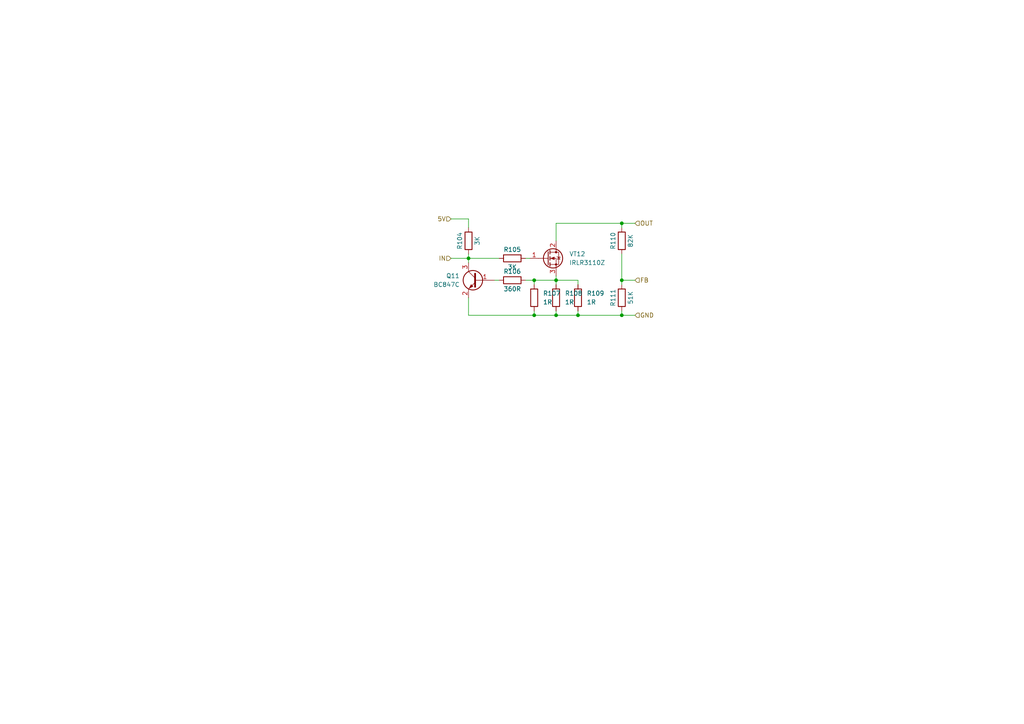
<source format=kicad_sch>
(kicad_sch (version 20211123) (generator eeschema)
  (paper "A4")
  (lib_symbols
    (symbol "Device:R" (pin_numbers hide) (pin_names (offset 0))
      (property "Reference" "R" (at 2.032 0 90))
      (property "Value" "R" (at 0 0 90))
      (symbol "R_0_1"
        (rectangle (start -1.016 -2.54) (end 1.016 2.54) (stroke (width 0.254)))
      )
      (symbol "R_1_1"
        (pin passive line (at 0 3.81 270) (length 1.27) (name "~") (number "1"))
        (pin passive line (at 0 -3.81 90) (length 1.27) (name "~") (number "2"))
      )
    )
    (symbol "Transistor_BJT:BC847" (pin_names (offset 0) hide)
      (property "Reference" "Q" (at 5.08 1.905 0))
      (property "Value" "BC847" (at 5.08 0 0))
      (symbol "BC847_0_1"
        (polyline (pts (xy 0.635 0.635) (xy 2.54 2.54)))
        (polyline (pts (xy 0.635 -0.635) (xy 2.54 -2.54) (xy 2.54 -2.54)))
        (polyline (pts (xy 0.635 1.905) (xy 0.635 -1.905) (xy 0.635 -1.905)) (stroke (width 0.508)))
        (polyline (pts (xy 1.27 -1.778) (xy 1.778 -1.27) (xy 2.286 -2.286) (xy 1.27 -1.778) (xy 1.27 -1.778)) (fill (type outline)))
        (circle (center 1.27 0) (radius 2.8194) (stroke (width 0.254)))
      )
      (symbol "BC847_1_1"
        (pin input line (at -5.08 0 0) (length 5.715) (name "B") (number "1"))
        (pin passive line (at 2.54 -5.08 90) (length 2.54) (name "E") (number "2"))
        (pin passive line (at 2.54 5.08 270) (length 2.54) (name "C") (number "3"))
      )
    )
    (symbol "Transistor_FET:IRFS4115" (pin_names hide)
      (property "Reference" "Q" (at 5.08 1.905 0))
      (property "Value" "IRFS4115" (at 5.08 0 0))
      (symbol "IRFS4115_0_1"
        (polyline (pts (xy 0.254 0) (xy -2.54 0)))
        (polyline (pts (xy 0.254 1.905) (xy 0.254 -1.905)) (stroke (width 0.254)))
        (polyline (pts (xy 0.762 -1.27) (xy 0.762 -2.286)) (stroke (width 0.254)))
        (polyline (pts (xy 0.762 0.508) (xy 0.762 -0.508)) (stroke (width 0.254)))
        (polyline (pts (xy 0.762 2.286) (xy 0.762 1.27)) (stroke (width 0.254)))
        (polyline (pts (xy 2.54 2.54) (xy 2.54 1.778)))
        (polyline (pts (xy 2.54 -2.54) (xy 2.54 0) (xy 0.762 0)))
        (polyline (pts (xy 0.762 -1.778) (xy 3.302 -1.778) (xy 3.302 1.778) (xy 0.762 1.778)))
        (polyline (pts (xy 1.016 0) (xy 2.032 0.381) (xy 2.032 -0.381) (xy 1.016 0)) (fill (type outline)))
        (polyline (pts (xy 2.794 0.508) (xy 2.921 0.381) (xy 3.683 0.381) (xy 3.81 0.254)))
        (polyline (pts (xy 3.302 0.381) (xy 2.921 -0.254) (xy 3.683 -0.254) (xy 3.302 0.381)))
        (circle (center 1.651 0) (radius 2.794) (stroke (width 0.254)))
        (circle (center 2.54 -1.778) (radius 0.254) (fill (type outline)))
        (circle (center 2.54 1.778) (radius 0.254) (fill (type outline)))
      )
      (symbol "IRFS4115_1_1"
        (pin passive line (at -5.08 0 0) (length 2.54) (name "G") (number "1"))
        (pin passive line (at 2.54 5.08 270) (length 2.54) (name "D") (number "2"))
        (pin passive line (at 2.54 -5.08 90) (length 2.54) (name "S") (number "3"))
      )
    )
  )
  (junction (at 180.34 81.28))
  (junction (at 167.64 91.44))
  (junction (at 161.29 81.28))
  (junction (at 154.94 81.28))
  (junction (at 180.34 91.44))
  (junction (at 180.34 64.77))
  (junction (at 135.89 74.93))
  (junction (at 154.94 91.44))
  (junction (at 161.29 91.44))
  (wire (pts (xy 154.94 90.17) (xy 154.94 91.44)))
  (wire (pts (xy 154.94 91.44) (xy 161.29 91.44)))
  (wire (pts (xy 161.29 91.44) (xy 161.29 90.17)))
  (wire (pts (xy 154.94 82.55) (xy 154.94 81.28)))
  (wire (pts (xy 161.29 81.28) (xy 161.29 80.01)))
  (wire (pts (xy 167.64 81.28) (xy 161.29 81.28)))
  (wire (pts (xy 135.89 86.36) (xy 135.89 91.44)))
  (wire (pts (xy 135.89 63.5) (xy 135.89 66.04)))
  (wire (pts (xy 167.64 91.44) (xy 161.29 91.44)))
  (wire (pts (xy 135.89 74.93) (xy 144.78 74.93)))
  (wire (pts (xy 180.34 81.28) (xy 180.34 82.55)))
  (wire (pts (xy 180.34 73.66) (xy 180.34 81.28)))
  (wire (pts (xy 135.89 76.2) (xy 135.89 74.93)))
  (wire (pts (xy 180.34 81.28) (xy 184.15 81.28)))
  (wire (pts (xy 161.29 64.77) (xy 161.29 69.85)))
  (wire (pts (xy 152.4 74.93) (xy 153.67 74.93)))
  (wire (pts (xy 167.64 91.44) (xy 180.34 91.44)))
  (wire (pts (xy 135.89 73.66) (xy 135.89 74.93)))
  (wire (pts (xy 161.29 81.28) (xy 161.29 82.55)))
  (wire (pts (xy 154.94 81.28) (xy 161.29 81.28)))
  (wire (pts (xy 180.34 64.77) (xy 180.34 66.04)))
  (wire (pts (xy 130.81 63.5) (xy 135.89 63.5)))
  (wire (pts (xy 184.15 64.77) (xy 180.34 64.77)))
  (wire (pts (xy 135.89 91.44) (xy 154.94 91.44)))
  (wire (pts (xy 180.34 90.17) (xy 180.34 91.44)))
  (wire (pts (xy 167.64 82.55) (xy 167.64 81.28)))
  (wire (pts (xy 143.51 81.28) (xy 144.78 81.28)))
  (wire (pts (xy 180.34 64.77) (xy 161.29 64.77)))
  (wire (pts (xy 152.4 81.28) (xy 154.94 81.28)))
  (wire (pts (xy 130.81 74.93) (xy 135.89 74.93)))
  (wire (pts (xy 180.34 91.44) (xy 184.15 91.44)))
  (wire (pts (xy 167.64 90.17) (xy 167.64 91.44)))
  (hierarchical_label "IN" (shape input) (at 130.81 74.93 180))
  (hierarchical_label "OUT" (shape input) (at 184.15 64.77 0))
  (hierarchical_label "5V" (shape input) (at 130.81 63.5 180))
  (hierarchical_label "FB" (shape input) (at 184.15 81.28 0))
  (hierarchical_label "GND" (shape input) (at 184.15 91.44 0))
  (symbol (lib_id "Device:R") (at 161.29 86.36 0) (unit 1)
    (property "Reference" "R108" (at 163.83 85.0899 0) (effects (justify left)))
    (property "Value" "1R" (at 163.83 87.6299 0) (effects (justify left)))
    (property "Footprint" "Resistor_SMD:R_1206_3216Metric" (effects hide))
  )
  (symbol (lib_id "Transistor_FET:IRFS4115") (at 158.75 74.93 0) (unit 1)
    (property "Reference" "VT12" (at 165.1 73.6599 0) (effects (justify left)))
    (property "Value" "IRLR3110Z" (at 165.1 76.1999 0) (effects (justify left)))
    (property "Footprint" "Package_TO_SOT_SMD:TO-263-2" (effects hide))
    (property "Datasheet" "https://www.infineon.com/dgdl/irfs4115pbf.pdf?fileId=5546d462533600a401535636e5d2218f" (effects hide))
  )
  (symbol (lib_id "Transistor_BJT:BC847") (at 138.43 81.28 0) (mirror y) (unit 1)
    (property "Reference" "Q11" (at 133.35 80.0099 0) (effects (justify left)))
    (property "Value" "BC847C" (at 133.35 82.5499 0) (effects (justify left)))
    (property "Footprint" "Package_TO_SOT_SMD:SOT-23" (effects hide))
    (property "Datasheet" "http://www.infineon.com/dgdl/Infineon-BC847SERIES_BC848SERIES_BC849SERIES_BC850SERIES-DS-v01_01-en.pdf?fileId=db3a304314dca389011541d4630a1657" (effects hide))
  )
  (symbol (lib_id "Device:R") (at 148.59 74.93 90) (unit 1)
    (property "Reference" "R105" (at 148.59 72.39 90))
    (property "Value" "3K" (at 148.59 77.47 90))
    (property "Footprint" "Resistor_SMD:R_0603_1608Metric" (effects hide))
  )
  (symbol (lib_id "Device:R") (at 180.34 86.36 180) (unit 1)
    (property "Reference" "R111" (at 177.8 86.36 90))
    (property "Value" "51K" (at 182.88 86.36 90))
    (property "Footprint" "Resistor_SMD:R_0603_1608Metric" (effects hide))
  )
  (symbol (lib_id "Device:R") (at 135.89 69.85 180) (unit 1)
    (property "Reference" "R104" (at 133.35 69.85 90))
    (property "Value" "3K" (at 138.43 69.85 90))
    (property "Footprint" "Resistor_SMD:R_0603_1608Metric" (effects hide))
  )
  (symbol (lib_id "Device:R") (at 154.94 86.36 0) (unit 1)
    (property "Reference" "R107" (at 157.48 85.0899 0) (effects (justify left)))
    (property "Value" "1R" (at 157.48 87.6299 0) (effects (justify left)))
    (property "Footprint" "Resistor_SMD:R_1206_3216Metric" (effects hide))
  )
  (symbol (lib_id "Device:R") (at 148.59 81.28 90) (unit 1)
    (property "Reference" "R106" (at 148.59 78.74 90))
    (property "Value" "360R" (at 148.59 83.82 90))
    (property "Footprint" "Resistor_SMD:R_0603_1608Metric" (effects hide))
  )
  (symbol (lib_id "Device:R") (at 180.34 69.85 180) (unit 1)
    (property "Reference" "R110" (at 177.8 69.85 90))
    (property "Value" "82K" (at 182.88 69.85 90))
    (property "Footprint" "Resistor_SMD:R_0805_2012Metric" (effects hide))
  )
  (symbol (lib_id "Device:R") (at 167.64 86.36 0) (unit 1)
    (property "Reference" "R109" (at 170.18 85.0899 0) (effects (justify left)))
    (property "Value" "1R" (at 170.18 87.6299 0) (effects (justify left)))
    (property "Footprint" "Resistor_SMD:R_1206_3216Metric" (effects hide))
  )
)
</source>
